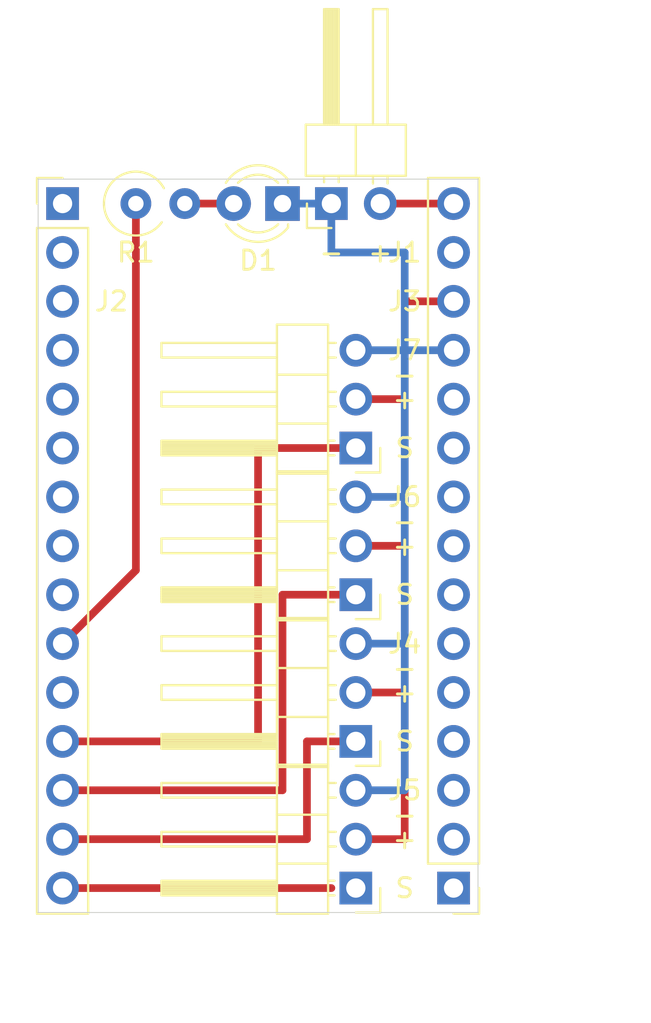
<source format=kicad_pcb>
(kicad_pcb (version 20171130) (host pcbnew 5.99.0+really5.1.10+dfsg1-1)

  (general
    (thickness 1.6)
    (drawings 20)
    (tracks 35)
    (zones 0)
    (modules 9)
    (nets 32)
  )

  (page A4)
  (layers
    (0 F.Cu signal)
    (31 B.Cu signal)
    (32 B.Adhes user)
    (33 F.Adhes user)
    (34 B.Paste user)
    (35 F.Paste user)
    (36 B.SilkS user)
    (37 F.SilkS user)
    (38 B.Mask user)
    (39 F.Mask user)
    (40 Dwgs.User user)
    (41 Cmts.User user)
    (42 Eco1.User user)
    (43 Eco2.User user)
    (44 Edge.Cuts user)
    (45 Margin user)
    (46 B.CrtYd user)
    (47 F.CrtYd user)
    (48 B.Fab user)
    (49 F.Fab user)
  )

  (setup
    (last_trace_width 0.4)
    (user_trace_width 0.4)
    (user_trace_width 0.6)
    (user_trace_width 1)
    (trace_clearance 0.2)
    (zone_clearance 0.508)
    (zone_45_only no)
    (trace_min 0.2)
    (via_size 0.8)
    (via_drill 0.4)
    (via_min_size 0.4)
    (via_min_drill 0.3)
    (user_via 0.6 0.3)
    (uvia_size 0.3)
    (uvia_drill 0.1)
    (uvias_allowed no)
    (uvia_min_size 0.2)
    (uvia_min_drill 0.1)
    (edge_width 0.05)
    (segment_width 0.2)
    (pcb_text_width 0.3)
    (pcb_text_size 1.5 1.5)
    (mod_edge_width 0.12)
    (mod_text_size 1 1)
    (mod_text_width 0.15)
    (pad_size 1.524 1.524)
    (pad_drill 0.762)
    (pad_to_mask_clearance 0)
    (aux_axis_origin 0 0)
    (visible_elements FFFFFF7F)
    (pcbplotparams
      (layerselection 0x010fc_ffffffff)
      (usegerberextensions false)
      (usegerberattributes true)
      (usegerberadvancedattributes true)
      (creategerberjobfile true)
      (excludeedgelayer true)
      (linewidth 0.100000)
      (plotframeref false)
      (viasonmask false)
      (mode 1)
      (useauxorigin false)
      (hpglpennumber 1)
      (hpglpenspeed 20)
      (hpglpendiameter 15.000000)
      (psnegative false)
      (psa4output false)
      (plotreference true)
      (plotvalue true)
      (plotinvisibletext false)
      (padsonsilk false)
      (subtractmaskfromsilk false)
      (outputformat 1)
      (mirror false)
      (drillshape 1)
      (scaleselection 1)
      (outputdirectory ""))
  )

  (net 0 "")
  (net 1 "Net-(D1-Pad2)")
  (net 2 GND)
  (net 3 +5V)
  (net 4 "Net-(J2-Pad15)")
  (net 5 "Net-(J2-Pad14)")
  (net 6 "Net-(J2-Pad13)")
  (net 7 channel1)
  (net 8 "Net-(J2-Pad11)")
  (net 9 "Net-(J2-Pad10)")
  (net 10 "Net-(J2-Pad9)")
  (net 11 "Net-(J2-Pad8)")
  (net 12 "Net-(J2-Pad7)")
  (net 13 "Net-(J2-Pad6)")
  (net 14 "Net-(J2-Pad5)")
  (net 15 "Net-(J2-Pad4)")
  (net 16 "Net-(J2-Pad3)")
  (net 17 "Net-(J2-Pad2)")
  (net 18 "Net-(J2-Pad1)")
  (net 19 "Net-(J3-Pad14)")
  (net 20 +3V3)
  (net 21 "Net-(J3-Pad11)")
  (net 22 "Net-(J3-Pad10)")
  (net 23 "Net-(J3-Pad9)")
  (net 24 "Net-(J3-Pad8)")
  (net 25 "Net-(J3-Pad7)")
  (net 26 "Net-(J3-Pad6)")
  (net 27 "Net-(J3-Pad5)")
  (net 28 "Net-(J3-Pad4)")
  (net 29 "Net-(J3-Pad3)")
  (net 30 "Net-(J3-Pad2)")
  (net 31 "Net-(J3-Pad1)")

  (net_class Default "This is the default net class."
    (clearance 0.2)
    (trace_width 0.25)
    (via_dia 0.8)
    (via_drill 0.4)
    (uvia_dia 0.3)
    (uvia_drill 0.1)
    (add_net +3V3)
    (add_net +5V)
    (add_net GND)
    (add_net "Net-(D1-Pad2)")
    (add_net "Net-(J2-Pad1)")
    (add_net "Net-(J2-Pad10)")
    (add_net "Net-(J2-Pad11)")
    (add_net "Net-(J2-Pad13)")
    (add_net "Net-(J2-Pad14)")
    (add_net "Net-(J2-Pad15)")
    (add_net "Net-(J2-Pad2)")
    (add_net "Net-(J2-Pad3)")
    (add_net "Net-(J2-Pad4)")
    (add_net "Net-(J2-Pad5)")
    (add_net "Net-(J2-Pad6)")
    (add_net "Net-(J2-Pad7)")
    (add_net "Net-(J2-Pad8)")
    (add_net "Net-(J2-Pad9)")
    (add_net "Net-(J3-Pad1)")
    (add_net "Net-(J3-Pad10)")
    (add_net "Net-(J3-Pad11)")
    (add_net "Net-(J3-Pad14)")
    (add_net "Net-(J3-Pad2)")
    (add_net "Net-(J3-Pad3)")
    (add_net "Net-(J3-Pad4)")
    (add_net "Net-(J3-Pad5)")
    (add_net "Net-(J3-Pad6)")
    (add_net "Net-(J3-Pad7)")
    (add_net "Net-(J3-Pad8)")
    (add_net "Net-(J3-Pad9)")
    (add_net channel1)
  )

  (module Connector_PinHeader_2.54mm:PinHeader_1x03_P2.54mm_Horizontal (layer F.Cu) (tedit 59FED5CB) (tstamp 61896E1C)
    (at 147.32 111.76 180)
    (descr "Through hole angled pin header, 1x03, 2.54mm pitch, 6mm pin length, single row")
    (tags "Through hole angled pin header THT 1x03 2.54mm single row")
    (path /618A797F)
    (fp_text reference J5 (at -2.54 5.08) (layer F.SilkS)
      (effects (font (size 1 1) (thickness 0.15)))
    )
    (fp_text value Conn_01x03_Male (at 4.385 7.35) (layer F.Fab)
      (effects (font (size 1 1) (thickness 0.15)))
    )
    (fp_text user %R (at 2.77 2.54 90) (layer F.Fab)
      (effects (font (size 1 1) (thickness 0.15)))
    )
    (fp_line (start 2.135 -1.27) (end 4.04 -1.27) (layer F.Fab) (width 0.1))
    (fp_line (start 4.04 -1.27) (end 4.04 6.35) (layer F.Fab) (width 0.1))
    (fp_line (start 4.04 6.35) (end 1.5 6.35) (layer F.Fab) (width 0.1))
    (fp_line (start 1.5 6.35) (end 1.5 -0.635) (layer F.Fab) (width 0.1))
    (fp_line (start 1.5 -0.635) (end 2.135 -1.27) (layer F.Fab) (width 0.1))
    (fp_line (start -0.32 -0.32) (end 1.5 -0.32) (layer F.Fab) (width 0.1))
    (fp_line (start -0.32 -0.32) (end -0.32 0.32) (layer F.Fab) (width 0.1))
    (fp_line (start -0.32 0.32) (end 1.5 0.32) (layer F.Fab) (width 0.1))
    (fp_line (start 4.04 -0.32) (end 10.04 -0.32) (layer F.Fab) (width 0.1))
    (fp_line (start 10.04 -0.32) (end 10.04 0.32) (layer F.Fab) (width 0.1))
    (fp_line (start 4.04 0.32) (end 10.04 0.32) (layer F.Fab) (width 0.1))
    (fp_line (start -0.32 2.22) (end 1.5 2.22) (layer F.Fab) (width 0.1))
    (fp_line (start -0.32 2.22) (end -0.32 2.86) (layer F.Fab) (width 0.1))
    (fp_line (start -0.32 2.86) (end 1.5 2.86) (layer F.Fab) (width 0.1))
    (fp_line (start 4.04 2.22) (end 10.04 2.22) (layer F.Fab) (width 0.1))
    (fp_line (start 10.04 2.22) (end 10.04 2.86) (layer F.Fab) (width 0.1))
    (fp_line (start 4.04 2.86) (end 10.04 2.86) (layer F.Fab) (width 0.1))
    (fp_line (start -0.32 4.76) (end 1.5 4.76) (layer F.Fab) (width 0.1))
    (fp_line (start -0.32 4.76) (end -0.32 5.4) (layer F.Fab) (width 0.1))
    (fp_line (start -0.32 5.4) (end 1.5 5.4) (layer F.Fab) (width 0.1))
    (fp_line (start 4.04 4.76) (end 10.04 4.76) (layer F.Fab) (width 0.1))
    (fp_line (start 10.04 4.76) (end 10.04 5.4) (layer F.Fab) (width 0.1))
    (fp_line (start 4.04 5.4) (end 10.04 5.4) (layer F.Fab) (width 0.1))
    (fp_line (start 1.44 -1.33) (end 1.44 6.41) (layer F.SilkS) (width 0.12))
    (fp_line (start 1.44 6.41) (end 4.1 6.41) (layer F.SilkS) (width 0.12))
    (fp_line (start 4.1 6.41) (end 4.1 -1.33) (layer F.SilkS) (width 0.12))
    (fp_line (start 4.1 -1.33) (end 1.44 -1.33) (layer F.SilkS) (width 0.12))
    (fp_line (start 4.1 -0.38) (end 10.1 -0.38) (layer F.SilkS) (width 0.12))
    (fp_line (start 10.1 -0.38) (end 10.1 0.38) (layer F.SilkS) (width 0.12))
    (fp_line (start 10.1 0.38) (end 4.1 0.38) (layer F.SilkS) (width 0.12))
    (fp_line (start 4.1 -0.32) (end 10.1 -0.32) (layer F.SilkS) (width 0.12))
    (fp_line (start 4.1 -0.2) (end 10.1 -0.2) (layer F.SilkS) (width 0.12))
    (fp_line (start 4.1 -0.08) (end 10.1 -0.08) (layer F.SilkS) (width 0.12))
    (fp_line (start 4.1 0.04) (end 10.1 0.04) (layer F.SilkS) (width 0.12))
    (fp_line (start 4.1 0.16) (end 10.1 0.16) (layer F.SilkS) (width 0.12))
    (fp_line (start 4.1 0.28) (end 10.1 0.28) (layer F.SilkS) (width 0.12))
    (fp_line (start 1.11 -0.38) (end 1.44 -0.38) (layer F.SilkS) (width 0.12))
    (fp_line (start 1.11 0.38) (end 1.44 0.38) (layer F.SilkS) (width 0.12))
    (fp_line (start 1.44 1.27) (end 4.1 1.27) (layer F.SilkS) (width 0.12))
    (fp_line (start 4.1 2.16) (end 10.1 2.16) (layer F.SilkS) (width 0.12))
    (fp_line (start 10.1 2.16) (end 10.1 2.92) (layer F.SilkS) (width 0.12))
    (fp_line (start 10.1 2.92) (end 4.1 2.92) (layer F.SilkS) (width 0.12))
    (fp_line (start 1.042929 2.16) (end 1.44 2.16) (layer F.SilkS) (width 0.12))
    (fp_line (start 1.042929 2.92) (end 1.44 2.92) (layer F.SilkS) (width 0.12))
    (fp_line (start 1.44 3.81) (end 4.1 3.81) (layer F.SilkS) (width 0.12))
    (fp_line (start 4.1 4.7) (end 10.1 4.7) (layer F.SilkS) (width 0.12))
    (fp_line (start 10.1 4.7) (end 10.1 5.46) (layer F.SilkS) (width 0.12))
    (fp_line (start 10.1 5.46) (end 4.1 5.46) (layer F.SilkS) (width 0.12))
    (fp_line (start 1.042929 4.7) (end 1.44 4.7) (layer F.SilkS) (width 0.12))
    (fp_line (start 1.042929 5.46) (end 1.44 5.46) (layer F.SilkS) (width 0.12))
    (fp_line (start -1.27 0) (end -1.27 -1.27) (layer F.SilkS) (width 0.12))
    (fp_line (start -1.27 -1.27) (end 0 -1.27) (layer F.SilkS) (width 0.12))
    (fp_line (start -1.8 -1.8) (end -1.8 6.85) (layer F.CrtYd) (width 0.05))
    (fp_line (start -1.8 6.85) (end 10.55 6.85) (layer F.CrtYd) (width 0.05))
    (fp_line (start 10.55 6.85) (end 10.55 -1.8) (layer F.CrtYd) (width 0.05))
    (fp_line (start 10.55 -1.8) (end -1.8 -1.8) (layer F.CrtYd) (width 0.05))
    (pad 3 thru_hole oval (at 0 5.08 180) (size 1.7 1.7) (drill 1) (layers *.Cu *.Mask)
      (net 2 GND))
    (pad 2 thru_hole oval (at 0 2.54 180) (size 1.7 1.7) (drill 1) (layers *.Cu *.Mask)
      (net 20 +3V3))
    (pad 1 thru_hole rect (at 0 0 180) (size 1.7 1.7) (drill 1) (layers *.Cu *.Mask)
      (net 4 "Net-(J2-Pad15)"))
    (model ${KISYS3DMOD}/Connector_PinHeader_2.54mm.3dshapes/PinHeader_1x03_P2.54mm_Horizontal.wrl
      (at (xyz 0 0 0))
      (scale (xyz 1 1 1))
      (rotate (xyz 0 0 0))
    )
  )

  (module Connector_PinHeader_2.54mm:PinHeader_1x03_P2.54mm_Horizontal (layer F.Cu) (tedit 59FED5CB) (tstamp 61896DDC)
    (at 147.32 104.14 180)
    (descr "Through hole angled pin header, 1x03, 2.54mm pitch, 6mm pin length, single row")
    (tags "Through hole angled pin header THT 1x03 2.54mm single row")
    (path /618A749E)
    (fp_text reference J4 (at -2.54 5.08) (layer F.SilkS)
      (effects (font (size 1 1) (thickness 0.15)))
    )
    (fp_text value Conn_01x03_Male (at 4.385 7.35) (layer F.Fab)
      (effects (font (size 1 1) (thickness 0.15)))
    )
    (fp_text user %R (at 2.77 2.54 90) (layer F.Fab)
      (effects (font (size 1 1) (thickness 0.15)))
    )
    (fp_line (start 2.135 -1.27) (end 4.04 -1.27) (layer F.Fab) (width 0.1))
    (fp_line (start 4.04 -1.27) (end 4.04 6.35) (layer F.Fab) (width 0.1))
    (fp_line (start 4.04 6.35) (end 1.5 6.35) (layer F.Fab) (width 0.1))
    (fp_line (start 1.5 6.35) (end 1.5 -0.635) (layer F.Fab) (width 0.1))
    (fp_line (start 1.5 -0.635) (end 2.135 -1.27) (layer F.Fab) (width 0.1))
    (fp_line (start -0.32 -0.32) (end 1.5 -0.32) (layer F.Fab) (width 0.1))
    (fp_line (start -0.32 -0.32) (end -0.32 0.32) (layer F.Fab) (width 0.1))
    (fp_line (start -0.32 0.32) (end 1.5 0.32) (layer F.Fab) (width 0.1))
    (fp_line (start 4.04 -0.32) (end 10.04 -0.32) (layer F.Fab) (width 0.1))
    (fp_line (start 10.04 -0.32) (end 10.04 0.32) (layer F.Fab) (width 0.1))
    (fp_line (start 4.04 0.32) (end 10.04 0.32) (layer F.Fab) (width 0.1))
    (fp_line (start -0.32 2.22) (end 1.5 2.22) (layer F.Fab) (width 0.1))
    (fp_line (start -0.32 2.22) (end -0.32 2.86) (layer F.Fab) (width 0.1))
    (fp_line (start -0.32 2.86) (end 1.5 2.86) (layer F.Fab) (width 0.1))
    (fp_line (start 4.04 2.22) (end 10.04 2.22) (layer F.Fab) (width 0.1))
    (fp_line (start 10.04 2.22) (end 10.04 2.86) (layer F.Fab) (width 0.1))
    (fp_line (start 4.04 2.86) (end 10.04 2.86) (layer F.Fab) (width 0.1))
    (fp_line (start -0.32 4.76) (end 1.5 4.76) (layer F.Fab) (width 0.1))
    (fp_line (start -0.32 4.76) (end -0.32 5.4) (layer F.Fab) (width 0.1))
    (fp_line (start -0.32 5.4) (end 1.5 5.4) (layer F.Fab) (width 0.1))
    (fp_line (start 4.04 4.76) (end 10.04 4.76) (layer F.Fab) (width 0.1))
    (fp_line (start 10.04 4.76) (end 10.04 5.4) (layer F.Fab) (width 0.1))
    (fp_line (start 4.04 5.4) (end 10.04 5.4) (layer F.Fab) (width 0.1))
    (fp_line (start 1.44 -1.33) (end 1.44 6.41) (layer F.SilkS) (width 0.12))
    (fp_line (start 1.44 6.41) (end 4.1 6.41) (layer F.SilkS) (width 0.12))
    (fp_line (start 4.1 6.41) (end 4.1 -1.33) (layer F.SilkS) (width 0.12))
    (fp_line (start 4.1 -1.33) (end 1.44 -1.33) (layer F.SilkS) (width 0.12))
    (fp_line (start 4.1 -0.38) (end 10.1 -0.38) (layer F.SilkS) (width 0.12))
    (fp_line (start 10.1 -0.38) (end 10.1 0.38) (layer F.SilkS) (width 0.12))
    (fp_line (start 10.1 0.38) (end 4.1 0.38) (layer F.SilkS) (width 0.12))
    (fp_line (start 4.1 -0.32) (end 10.1 -0.32) (layer F.SilkS) (width 0.12))
    (fp_line (start 4.1 -0.2) (end 10.1 -0.2) (layer F.SilkS) (width 0.12))
    (fp_line (start 4.1 -0.08) (end 10.1 -0.08) (layer F.SilkS) (width 0.12))
    (fp_line (start 4.1 0.04) (end 10.1 0.04) (layer F.SilkS) (width 0.12))
    (fp_line (start 4.1 0.16) (end 10.1 0.16) (layer F.SilkS) (width 0.12))
    (fp_line (start 4.1 0.28) (end 10.1 0.28) (layer F.SilkS) (width 0.12))
    (fp_line (start 1.11 -0.38) (end 1.44 -0.38) (layer F.SilkS) (width 0.12))
    (fp_line (start 1.11 0.38) (end 1.44 0.38) (layer F.SilkS) (width 0.12))
    (fp_line (start 1.44 1.27) (end 4.1 1.27) (layer F.SilkS) (width 0.12))
    (fp_line (start 4.1 2.16) (end 10.1 2.16) (layer F.SilkS) (width 0.12))
    (fp_line (start 10.1 2.16) (end 10.1 2.92) (layer F.SilkS) (width 0.12))
    (fp_line (start 10.1 2.92) (end 4.1 2.92) (layer F.SilkS) (width 0.12))
    (fp_line (start 1.042929 2.16) (end 1.44 2.16) (layer F.SilkS) (width 0.12))
    (fp_line (start 1.042929 2.92) (end 1.44 2.92) (layer F.SilkS) (width 0.12))
    (fp_line (start 1.44 3.81) (end 4.1 3.81) (layer F.SilkS) (width 0.12))
    (fp_line (start 4.1 4.7) (end 10.1 4.7) (layer F.SilkS) (width 0.12))
    (fp_line (start 10.1 4.7) (end 10.1 5.46) (layer F.SilkS) (width 0.12))
    (fp_line (start 10.1 5.46) (end 4.1 5.46) (layer F.SilkS) (width 0.12))
    (fp_line (start 1.042929 4.7) (end 1.44 4.7) (layer F.SilkS) (width 0.12))
    (fp_line (start 1.042929 5.46) (end 1.44 5.46) (layer F.SilkS) (width 0.12))
    (fp_line (start -1.27 0) (end -1.27 -1.27) (layer F.SilkS) (width 0.12))
    (fp_line (start -1.27 -1.27) (end 0 -1.27) (layer F.SilkS) (width 0.12))
    (fp_line (start -1.8 -1.8) (end -1.8 6.85) (layer F.CrtYd) (width 0.05))
    (fp_line (start -1.8 6.85) (end 10.55 6.85) (layer F.CrtYd) (width 0.05))
    (fp_line (start 10.55 6.85) (end 10.55 -1.8) (layer F.CrtYd) (width 0.05))
    (fp_line (start 10.55 -1.8) (end -1.8 -1.8) (layer F.CrtYd) (width 0.05))
    (pad 3 thru_hole oval (at 0 5.08 180) (size 1.7 1.7) (drill 1) (layers *.Cu *.Mask)
      (net 2 GND))
    (pad 2 thru_hole oval (at 0 2.54 180) (size 1.7 1.7) (drill 1) (layers *.Cu *.Mask)
      (net 20 +3V3))
    (pad 1 thru_hole rect (at 0 0 180) (size 1.7 1.7) (drill 1) (layers *.Cu *.Mask)
      (net 5 "Net-(J2-Pad14)"))
    (model ${KISYS3DMOD}/Connector_PinHeader_2.54mm.3dshapes/PinHeader_1x03_P2.54mm_Horizontal.wrl
      (at (xyz 0 0 0))
      (scale (xyz 1 1 1))
      (rotate (xyz 0 0 0))
    )
  )

  (module Resistor_THT:R_Axial_DIN0309_L9.0mm_D3.2mm_P2.54mm_Vertical (layer F.Cu) (tedit 5AE5139B) (tstamp 61896EB3)
    (at 135.89 76.2)
    (descr "Resistor, Axial_DIN0309 series, Axial, Vertical, pin pitch=2.54mm, 0.5W = 1/2W, length*diameter=9*3.2mm^2, http://cdn-reichelt.de/documents/datenblatt/B400/1_4W%23YAG.pdf")
    (tags "Resistor Axial_DIN0309 series Axial Vertical pin pitch 2.54mm 0.5W = 1/2W length 9mm diameter 3.2mm")
    (path /61899807)
    (fp_text reference R1 (at 0 2.54) (layer F.SilkS)
      (effects (font (size 1 1) (thickness 0.15)))
    )
    (fp_text value 220 (at 1.27 2.72) (layer F.Fab)
      (effects (font (size 1 1) (thickness 0.15)))
    )
    (fp_text user %R (at 1.27 -2.72) (layer F.Fab)
      (effects (font (size 1 1) (thickness 0.15)))
    )
    (fp_arc (start 0 0) (end 1.453272 -0.8) (angle -295.326041) (layer F.SilkS) (width 0.12))
    (fp_circle (center 0 0) (end 1.6 0) (layer F.Fab) (width 0.1))
    (fp_line (start 0 0) (end 2.54 0) (layer F.Fab) (width 0.1))
    (fp_line (start -1.85 -1.85) (end -1.85 1.85) (layer F.CrtYd) (width 0.05))
    (fp_line (start -1.85 1.85) (end 3.59 1.85) (layer F.CrtYd) (width 0.05))
    (fp_line (start 3.59 1.85) (end 3.59 -1.85) (layer F.CrtYd) (width 0.05))
    (fp_line (start 3.59 -1.85) (end -1.85 -1.85) (layer F.CrtYd) (width 0.05))
    (pad 2 thru_hole oval (at 2.54 0) (size 1.6 1.6) (drill 0.8) (layers *.Cu *.Mask)
      (net 1 "Net-(D1-Pad2)"))
    (pad 1 thru_hole circle (at 0 0) (size 1.6 1.6) (drill 0.8) (layers *.Cu *.Mask)
      (net 9 "Net-(J2-Pad10)"))
    (model ${KISYS3DMOD}/Resistor_THT.3dshapes/R_Axial_DIN0309_L9.0mm_D3.2mm_P2.54mm_Vertical.wrl
      (at (xyz 0 0 0))
      (scale (xyz 1 1 1))
      (rotate (xyz 0 0 0))
    )
  )

  (module Connector_PinHeader_2.54mm:PinHeader_1x03_P2.54mm_Horizontal (layer F.Cu) (tedit 59FED5CB) (tstamp 6189A5D1)
    (at 147.32 88.9 180)
    (descr "Through hole angled pin header, 1x03, 2.54mm pitch, 6mm pin length, single row")
    (tags "Through hole angled pin header THT 1x03 2.54mm single row")
    (path /6189190A)
    (fp_text reference J7 (at -2.54 5.08) (layer F.SilkS)
      (effects (font (size 1 1) (thickness 0.15)))
    )
    (fp_text value Conn_01x03_Male (at 4.385 7.35) (layer F.Fab)
      (effects (font (size 1 1) (thickness 0.15)))
    )
    (fp_text user %R (at 2.77 2.54 90) (layer F.Fab)
      (effects (font (size 1 1) (thickness 0.15)))
    )
    (fp_line (start 2.135 -1.27) (end 4.04 -1.27) (layer F.Fab) (width 0.1))
    (fp_line (start 4.04 -1.27) (end 4.04 6.35) (layer F.Fab) (width 0.1))
    (fp_line (start 4.04 6.35) (end 1.5 6.35) (layer F.Fab) (width 0.1))
    (fp_line (start 1.5 6.35) (end 1.5 -0.635) (layer F.Fab) (width 0.1))
    (fp_line (start 1.5 -0.635) (end 2.135 -1.27) (layer F.Fab) (width 0.1))
    (fp_line (start -0.32 -0.32) (end 1.5 -0.32) (layer F.Fab) (width 0.1))
    (fp_line (start -0.32 -0.32) (end -0.32 0.32) (layer F.Fab) (width 0.1))
    (fp_line (start -0.32 0.32) (end 1.5 0.32) (layer F.Fab) (width 0.1))
    (fp_line (start 4.04 -0.32) (end 10.04 -0.32) (layer F.Fab) (width 0.1))
    (fp_line (start 10.04 -0.32) (end 10.04 0.32) (layer F.Fab) (width 0.1))
    (fp_line (start 4.04 0.32) (end 10.04 0.32) (layer F.Fab) (width 0.1))
    (fp_line (start -0.32 2.22) (end 1.5 2.22) (layer F.Fab) (width 0.1))
    (fp_line (start -0.32 2.22) (end -0.32 2.86) (layer F.Fab) (width 0.1))
    (fp_line (start -0.32 2.86) (end 1.5 2.86) (layer F.Fab) (width 0.1))
    (fp_line (start 4.04 2.22) (end 10.04 2.22) (layer F.Fab) (width 0.1))
    (fp_line (start 10.04 2.22) (end 10.04 2.86) (layer F.Fab) (width 0.1))
    (fp_line (start 4.04 2.86) (end 10.04 2.86) (layer F.Fab) (width 0.1))
    (fp_line (start -0.32 4.76) (end 1.5 4.76) (layer F.Fab) (width 0.1))
    (fp_line (start -0.32 4.76) (end -0.32 5.4) (layer F.Fab) (width 0.1))
    (fp_line (start -0.32 5.4) (end 1.5 5.4) (layer F.Fab) (width 0.1))
    (fp_line (start 4.04 4.76) (end 10.04 4.76) (layer F.Fab) (width 0.1))
    (fp_line (start 10.04 4.76) (end 10.04 5.4) (layer F.Fab) (width 0.1))
    (fp_line (start 4.04 5.4) (end 10.04 5.4) (layer F.Fab) (width 0.1))
    (fp_line (start 1.44 -1.33) (end 1.44 6.41) (layer F.SilkS) (width 0.12))
    (fp_line (start 1.44 6.41) (end 4.1 6.41) (layer F.SilkS) (width 0.12))
    (fp_line (start 4.1 6.41) (end 4.1 -1.33) (layer F.SilkS) (width 0.12))
    (fp_line (start 4.1 -1.33) (end 1.44 -1.33) (layer F.SilkS) (width 0.12))
    (fp_line (start 4.1 -0.38) (end 10.1 -0.38) (layer F.SilkS) (width 0.12))
    (fp_line (start 10.1 -0.38) (end 10.1 0.38) (layer F.SilkS) (width 0.12))
    (fp_line (start 10.1 0.38) (end 4.1 0.38) (layer F.SilkS) (width 0.12))
    (fp_line (start 4.1 -0.32) (end 10.1 -0.32) (layer F.SilkS) (width 0.12))
    (fp_line (start 4.1 -0.2) (end 10.1 -0.2) (layer F.SilkS) (width 0.12))
    (fp_line (start 4.1 -0.08) (end 10.1 -0.08) (layer F.SilkS) (width 0.12))
    (fp_line (start 4.1 0.04) (end 10.1 0.04) (layer F.SilkS) (width 0.12))
    (fp_line (start 4.1 0.16) (end 10.1 0.16) (layer F.SilkS) (width 0.12))
    (fp_line (start 4.1 0.28) (end 10.1 0.28) (layer F.SilkS) (width 0.12))
    (fp_line (start 1.11 -0.38) (end 1.44 -0.38) (layer F.SilkS) (width 0.12))
    (fp_line (start 1.11 0.38) (end 1.44 0.38) (layer F.SilkS) (width 0.12))
    (fp_line (start 1.44 1.27) (end 4.1 1.27) (layer F.SilkS) (width 0.12))
    (fp_line (start 4.1 2.16) (end 10.1 2.16) (layer F.SilkS) (width 0.12))
    (fp_line (start 10.1 2.16) (end 10.1 2.92) (layer F.SilkS) (width 0.12))
    (fp_line (start 10.1 2.92) (end 4.1 2.92) (layer F.SilkS) (width 0.12))
    (fp_line (start 1.042929 2.16) (end 1.44 2.16) (layer F.SilkS) (width 0.12))
    (fp_line (start 1.042929 2.92) (end 1.44 2.92) (layer F.SilkS) (width 0.12))
    (fp_line (start 1.44 3.81) (end 4.1 3.81) (layer F.SilkS) (width 0.12))
    (fp_line (start 4.1 4.7) (end 10.1 4.7) (layer F.SilkS) (width 0.12))
    (fp_line (start 10.1 4.7) (end 10.1 5.46) (layer F.SilkS) (width 0.12))
    (fp_line (start 10.1 5.46) (end 4.1 5.46) (layer F.SilkS) (width 0.12))
    (fp_line (start 1.042929 4.7) (end 1.44 4.7) (layer F.SilkS) (width 0.12))
    (fp_line (start 1.042929 5.46) (end 1.44 5.46) (layer F.SilkS) (width 0.12))
    (fp_line (start -1.27 0) (end -1.27 -1.27) (layer F.SilkS) (width 0.12))
    (fp_line (start -1.27 -1.27) (end 0 -1.27) (layer F.SilkS) (width 0.12))
    (fp_line (start -1.8 -1.8) (end -1.8 6.85) (layer F.CrtYd) (width 0.05))
    (fp_line (start -1.8 6.85) (end 10.55 6.85) (layer F.CrtYd) (width 0.05))
    (fp_line (start 10.55 6.85) (end 10.55 -1.8) (layer F.CrtYd) (width 0.05))
    (fp_line (start 10.55 -1.8) (end -1.8 -1.8) (layer F.CrtYd) (width 0.05))
    (pad 3 thru_hole oval (at 0 5.08 180) (size 1.7 1.7) (drill 1) (layers *.Cu *.Mask)
      (net 2 GND))
    (pad 2 thru_hole oval (at 0 2.54 180) (size 1.7 1.7) (drill 1) (layers *.Cu *.Mask)
      (net 20 +3V3))
    (pad 1 thru_hole rect (at 0 0 180) (size 1.7 1.7) (drill 1) (layers *.Cu *.Mask)
      (net 7 channel1))
    (model ${KISYS3DMOD}/Connector_PinHeader_2.54mm.3dshapes/PinHeader_1x03_P2.54mm_Horizontal.wrl
      (at (xyz 0 0 0))
      (scale (xyz 1 1 1))
      (rotate (xyz 0 0 0))
    )
  )

  (module Connector_PinHeader_2.54mm:PinHeader_1x03_P2.54mm_Horizontal (layer F.Cu) (tedit 59FED5CB) (tstamp 61896E5C)
    (at 147.32 96.52 180)
    (descr "Through hole angled pin header, 1x03, 2.54mm pitch, 6mm pin length, single row")
    (tags "Through hole angled pin header THT 1x03 2.54mm single row")
    (path /618921C3)
    (fp_text reference J6 (at -2.54 5.08) (layer F.SilkS)
      (effects (font (size 1 1) (thickness 0.15)))
    )
    (fp_text value Conn_01x03_Male (at 4.385 7.35) (layer F.Fab)
      (effects (font (size 1 1) (thickness 0.15)))
    )
    (fp_text user %R (at 2.77 2.54 90) (layer F.Fab)
      (effects (font (size 1 1) (thickness 0.15)))
    )
    (fp_line (start 2.135 -1.27) (end 4.04 -1.27) (layer F.Fab) (width 0.1))
    (fp_line (start 4.04 -1.27) (end 4.04 6.35) (layer F.Fab) (width 0.1))
    (fp_line (start 4.04 6.35) (end 1.5 6.35) (layer F.Fab) (width 0.1))
    (fp_line (start 1.5 6.35) (end 1.5 -0.635) (layer F.Fab) (width 0.1))
    (fp_line (start 1.5 -0.635) (end 2.135 -1.27) (layer F.Fab) (width 0.1))
    (fp_line (start -0.32 -0.32) (end 1.5 -0.32) (layer F.Fab) (width 0.1))
    (fp_line (start -0.32 -0.32) (end -0.32 0.32) (layer F.Fab) (width 0.1))
    (fp_line (start -0.32 0.32) (end 1.5 0.32) (layer F.Fab) (width 0.1))
    (fp_line (start 4.04 -0.32) (end 10.04 -0.32) (layer F.Fab) (width 0.1))
    (fp_line (start 10.04 -0.32) (end 10.04 0.32) (layer F.Fab) (width 0.1))
    (fp_line (start 4.04 0.32) (end 10.04 0.32) (layer F.Fab) (width 0.1))
    (fp_line (start -0.32 2.22) (end 1.5 2.22) (layer F.Fab) (width 0.1))
    (fp_line (start -0.32 2.22) (end -0.32 2.86) (layer F.Fab) (width 0.1))
    (fp_line (start -0.32 2.86) (end 1.5 2.86) (layer F.Fab) (width 0.1))
    (fp_line (start 4.04 2.22) (end 10.04 2.22) (layer F.Fab) (width 0.1))
    (fp_line (start 10.04 2.22) (end 10.04 2.86) (layer F.Fab) (width 0.1))
    (fp_line (start 4.04 2.86) (end 10.04 2.86) (layer F.Fab) (width 0.1))
    (fp_line (start -0.32 4.76) (end 1.5 4.76) (layer F.Fab) (width 0.1))
    (fp_line (start -0.32 4.76) (end -0.32 5.4) (layer F.Fab) (width 0.1))
    (fp_line (start -0.32 5.4) (end 1.5 5.4) (layer F.Fab) (width 0.1))
    (fp_line (start 4.04 4.76) (end 10.04 4.76) (layer F.Fab) (width 0.1))
    (fp_line (start 10.04 4.76) (end 10.04 5.4) (layer F.Fab) (width 0.1))
    (fp_line (start 4.04 5.4) (end 10.04 5.4) (layer F.Fab) (width 0.1))
    (fp_line (start 1.44 -1.33) (end 1.44 6.41) (layer F.SilkS) (width 0.12))
    (fp_line (start 1.44 6.41) (end 4.1 6.41) (layer F.SilkS) (width 0.12))
    (fp_line (start 4.1 6.41) (end 4.1 -1.33) (layer F.SilkS) (width 0.12))
    (fp_line (start 4.1 -1.33) (end 1.44 -1.33) (layer F.SilkS) (width 0.12))
    (fp_line (start 4.1 -0.38) (end 10.1 -0.38) (layer F.SilkS) (width 0.12))
    (fp_line (start 10.1 -0.38) (end 10.1 0.38) (layer F.SilkS) (width 0.12))
    (fp_line (start 10.1 0.38) (end 4.1 0.38) (layer F.SilkS) (width 0.12))
    (fp_line (start 4.1 -0.32) (end 10.1 -0.32) (layer F.SilkS) (width 0.12))
    (fp_line (start 4.1 -0.2) (end 10.1 -0.2) (layer F.SilkS) (width 0.12))
    (fp_line (start 4.1 -0.08) (end 10.1 -0.08) (layer F.SilkS) (width 0.12))
    (fp_line (start 4.1 0.04) (end 10.1 0.04) (layer F.SilkS) (width 0.12))
    (fp_line (start 4.1 0.16) (end 10.1 0.16) (layer F.SilkS) (width 0.12))
    (fp_line (start 4.1 0.28) (end 10.1 0.28) (layer F.SilkS) (width 0.12))
    (fp_line (start 1.11 -0.38) (end 1.44 -0.38) (layer F.SilkS) (width 0.12))
    (fp_line (start 1.11 0.38) (end 1.44 0.38) (layer F.SilkS) (width 0.12))
    (fp_line (start 1.44 1.27) (end 4.1 1.27) (layer F.SilkS) (width 0.12))
    (fp_line (start 4.1 2.16) (end 10.1 2.16) (layer F.SilkS) (width 0.12))
    (fp_line (start 10.1 2.16) (end 10.1 2.92) (layer F.SilkS) (width 0.12))
    (fp_line (start 10.1 2.92) (end 4.1 2.92) (layer F.SilkS) (width 0.12))
    (fp_line (start 1.042929 2.16) (end 1.44 2.16) (layer F.SilkS) (width 0.12))
    (fp_line (start 1.042929 2.92) (end 1.44 2.92) (layer F.SilkS) (width 0.12))
    (fp_line (start 1.44 3.81) (end 4.1 3.81) (layer F.SilkS) (width 0.12))
    (fp_line (start 4.1 4.7) (end 10.1 4.7) (layer F.SilkS) (width 0.12))
    (fp_line (start 10.1 4.7) (end 10.1 5.46) (layer F.SilkS) (width 0.12))
    (fp_line (start 10.1 5.46) (end 4.1 5.46) (layer F.SilkS) (width 0.12))
    (fp_line (start 1.042929 4.7) (end 1.44 4.7) (layer F.SilkS) (width 0.12))
    (fp_line (start 1.042929 5.46) (end 1.44 5.46) (layer F.SilkS) (width 0.12))
    (fp_line (start -1.27 0) (end -1.27 -1.27) (layer F.SilkS) (width 0.12))
    (fp_line (start -1.27 -1.27) (end 0 -1.27) (layer F.SilkS) (width 0.12))
    (fp_line (start -1.8 -1.8) (end -1.8 6.85) (layer F.CrtYd) (width 0.05))
    (fp_line (start -1.8 6.85) (end 10.55 6.85) (layer F.CrtYd) (width 0.05))
    (fp_line (start 10.55 6.85) (end 10.55 -1.8) (layer F.CrtYd) (width 0.05))
    (fp_line (start 10.55 -1.8) (end -1.8 -1.8) (layer F.CrtYd) (width 0.05))
    (pad 3 thru_hole oval (at 0 5.08 180) (size 1.7 1.7) (drill 1) (layers *.Cu *.Mask)
      (net 2 GND))
    (pad 2 thru_hole oval (at 0 2.54 180) (size 1.7 1.7) (drill 1) (layers *.Cu *.Mask)
      (net 20 +3V3))
    (pad 1 thru_hole rect (at 0 0 180) (size 1.7 1.7) (drill 1) (layers *.Cu *.Mask)
      (net 6 "Net-(J2-Pad13)"))
    (model ${KISYS3DMOD}/Connector_PinHeader_2.54mm.3dshapes/PinHeader_1x03_P2.54mm_Horizontal.wrl
      (at (xyz 0 0 0))
      (scale (xyz 1 1 1))
      (rotate (xyz 0 0 0))
    )
  )

  (module Connector_PinHeader_2.54mm:PinHeader_1x15_P2.54mm_Vertical (layer F.Cu) (tedit 59FED5CC) (tstamp 61896D9C)
    (at 152.4 111.76 180)
    (descr "Through hole straight pin header, 1x15, 2.54mm pitch, single row")
    (tags "Through hole pin header THT 1x15 2.54mm single row")
    (path /618907DF)
    (fp_text reference J3 (at 2.54 30.48) (layer F.SilkS)
      (effects (font (size 1 1) (thickness 0.15)))
    )
    (fp_text value Conn (at 0 37.89) (layer F.Fab)
      (effects (font (size 1 1) (thickness 0.15)))
    )
    (fp_text user %R (at 0 17.78 90) (layer F.Fab)
      (effects (font (size 1 1) (thickness 0.15)))
    )
    (fp_line (start -0.635 -1.27) (end 1.27 -1.27) (layer F.Fab) (width 0.1))
    (fp_line (start 1.27 -1.27) (end 1.27 36.83) (layer F.Fab) (width 0.1))
    (fp_line (start 1.27 36.83) (end -1.27 36.83) (layer F.Fab) (width 0.1))
    (fp_line (start -1.27 36.83) (end -1.27 -0.635) (layer F.Fab) (width 0.1))
    (fp_line (start -1.27 -0.635) (end -0.635 -1.27) (layer F.Fab) (width 0.1))
    (fp_line (start -1.33 36.89) (end 1.33 36.89) (layer F.SilkS) (width 0.12))
    (fp_line (start -1.33 1.27) (end -1.33 36.89) (layer F.SilkS) (width 0.12))
    (fp_line (start 1.33 1.27) (end 1.33 36.89) (layer F.SilkS) (width 0.12))
    (fp_line (start -1.33 1.27) (end 1.33 1.27) (layer F.SilkS) (width 0.12))
    (fp_line (start -1.33 0) (end -1.33 -1.33) (layer F.SilkS) (width 0.12))
    (fp_line (start -1.33 -1.33) (end 0 -1.33) (layer F.SilkS) (width 0.12))
    (fp_line (start -1.8 -1.8) (end -1.8 37.35) (layer F.CrtYd) (width 0.05))
    (fp_line (start -1.8 37.35) (end 1.8 37.35) (layer F.CrtYd) (width 0.05))
    (fp_line (start 1.8 37.35) (end 1.8 -1.8) (layer F.CrtYd) (width 0.05))
    (fp_line (start 1.8 -1.8) (end -1.8 -1.8) (layer F.CrtYd) (width 0.05))
    (pad 15 thru_hole oval (at 0 35.56 180) (size 1.7 1.7) (drill 1) (layers *.Cu *.Mask)
      (net 3 +5V))
    (pad 14 thru_hole oval (at 0 33.02 180) (size 1.7 1.7) (drill 1) (layers *.Cu *.Mask)
      (net 19 "Net-(J3-Pad14)"))
    (pad 13 thru_hole oval (at 0 30.48 180) (size 1.7 1.7) (drill 1) (layers *.Cu *.Mask)
      (net 20 +3V3))
    (pad 12 thru_hole oval (at 0 27.94 180) (size 1.7 1.7) (drill 1) (layers *.Cu *.Mask)
      (net 2 GND))
    (pad 11 thru_hole oval (at 0 25.4 180) (size 1.7 1.7) (drill 1) (layers *.Cu *.Mask)
      (net 21 "Net-(J3-Pad11)"))
    (pad 10 thru_hole oval (at 0 22.86 180) (size 1.7 1.7) (drill 1) (layers *.Cu *.Mask)
      (net 22 "Net-(J3-Pad10)"))
    (pad 9 thru_hole oval (at 0 20.32 180) (size 1.7 1.7) (drill 1) (layers *.Cu *.Mask)
      (net 23 "Net-(J3-Pad9)"))
    (pad 8 thru_hole oval (at 0 17.78 180) (size 1.7 1.7) (drill 1) (layers *.Cu *.Mask)
      (net 24 "Net-(J3-Pad8)"))
    (pad 7 thru_hole oval (at 0 15.24 180) (size 1.7 1.7) (drill 1) (layers *.Cu *.Mask)
      (net 25 "Net-(J3-Pad7)"))
    (pad 6 thru_hole oval (at 0 12.7 180) (size 1.7 1.7) (drill 1) (layers *.Cu *.Mask)
      (net 26 "Net-(J3-Pad6)"))
    (pad 5 thru_hole oval (at 0 10.16 180) (size 1.7 1.7) (drill 1) (layers *.Cu *.Mask)
      (net 27 "Net-(J3-Pad5)"))
    (pad 4 thru_hole oval (at 0 7.62 180) (size 1.7 1.7) (drill 1) (layers *.Cu *.Mask)
      (net 28 "Net-(J3-Pad4)"))
    (pad 3 thru_hole oval (at 0 5.08 180) (size 1.7 1.7) (drill 1) (layers *.Cu *.Mask)
      (net 29 "Net-(J3-Pad3)"))
    (pad 2 thru_hole oval (at 0 2.54 180) (size 1.7 1.7) (drill 1) (layers *.Cu *.Mask)
      (net 30 "Net-(J3-Pad2)"))
    (pad 1 thru_hole rect (at 0 0 180) (size 1.7 1.7) (drill 1) (layers *.Cu *.Mask)
      (net 31 "Net-(J3-Pad1)"))
    (model ${KISYS3DMOD}/Connector_PinHeader_2.54mm.3dshapes/PinHeader_1x15_P2.54mm_Vertical.wrl
      (at (xyz 0 0 0))
      (scale (xyz 1 1 1))
      (rotate (xyz 0 0 0))
    )
  )

  (module Connector_PinHeader_2.54mm:PinHeader_1x15_P2.54mm_Vertical (layer F.Cu) (tedit 59FED5CC) (tstamp 61896D79)
    (at 132.08 76.2)
    (descr "Through hole straight pin header, 1x15, 2.54mm pitch, single row")
    (tags "Through hole pin header THT 1x15 2.54mm single row")
    (path /6188FF26)
    (fp_text reference J2 (at 2.54 5.08) (layer F.SilkS)
      (effects (font (size 1 1) (thickness 0.15)))
    )
    (fp_text value Conn (at -1.27 36.83) (layer F.Fab)
      (effects (font (size 1 1) (thickness 0.15)))
    )
    (fp_text user %R (at 0 17.78 90) (layer F.Fab)
      (effects (font (size 1 1) (thickness 0.15)))
    )
    (fp_line (start -0.635 -1.27) (end 1.27 -1.27) (layer F.Fab) (width 0.1))
    (fp_line (start 1.27 -1.27) (end 1.27 36.83) (layer F.Fab) (width 0.1))
    (fp_line (start 1.27 36.83) (end -1.27 36.83) (layer F.Fab) (width 0.1))
    (fp_line (start -1.27 36.83) (end -1.27 -0.635) (layer F.Fab) (width 0.1))
    (fp_line (start -1.27 -0.635) (end -0.635 -1.27) (layer F.Fab) (width 0.1))
    (fp_line (start -1.33 36.89) (end 1.33 36.89) (layer F.SilkS) (width 0.12))
    (fp_line (start -1.33 1.27) (end -1.33 36.89) (layer F.SilkS) (width 0.12))
    (fp_line (start 1.33 1.27) (end 1.33 36.89) (layer F.SilkS) (width 0.12))
    (fp_line (start -1.33 1.27) (end 1.33 1.27) (layer F.SilkS) (width 0.12))
    (fp_line (start -1.33 0) (end -1.33 -1.33) (layer F.SilkS) (width 0.12))
    (fp_line (start -1.33 -1.33) (end 0 -1.33) (layer F.SilkS) (width 0.12))
    (fp_line (start -1.8 -1.8) (end -1.8 37.35) (layer F.CrtYd) (width 0.05))
    (fp_line (start -1.8 37.35) (end 1.8 37.35) (layer F.CrtYd) (width 0.05))
    (fp_line (start 1.8 37.35) (end 1.8 -1.8) (layer F.CrtYd) (width 0.05))
    (fp_line (start 1.8 -1.8) (end -1.8 -1.8) (layer F.CrtYd) (width 0.05))
    (pad 15 thru_hole oval (at 0 35.56) (size 1.7 1.7) (drill 1) (layers *.Cu *.Mask)
      (net 4 "Net-(J2-Pad15)"))
    (pad 14 thru_hole oval (at 0 33.02) (size 1.7 1.7) (drill 1) (layers *.Cu *.Mask)
      (net 5 "Net-(J2-Pad14)"))
    (pad 13 thru_hole oval (at 0 30.48) (size 1.7 1.7) (drill 1) (layers *.Cu *.Mask)
      (net 6 "Net-(J2-Pad13)"))
    (pad 12 thru_hole oval (at 0 27.94) (size 1.7 1.7) (drill 1) (layers *.Cu *.Mask)
      (net 7 channel1))
    (pad 11 thru_hole oval (at 0 25.4) (size 1.7 1.7) (drill 1) (layers *.Cu *.Mask)
      (net 8 "Net-(J2-Pad11)"))
    (pad 10 thru_hole oval (at 0 22.86) (size 1.7 1.7) (drill 1) (layers *.Cu *.Mask)
      (net 9 "Net-(J2-Pad10)"))
    (pad 9 thru_hole oval (at 0 20.32) (size 1.7 1.7) (drill 1) (layers *.Cu *.Mask)
      (net 10 "Net-(J2-Pad9)"))
    (pad 8 thru_hole oval (at 0 17.78) (size 1.7 1.7) (drill 1) (layers *.Cu *.Mask)
      (net 11 "Net-(J2-Pad8)"))
    (pad 7 thru_hole oval (at 0 15.24) (size 1.7 1.7) (drill 1) (layers *.Cu *.Mask)
      (net 12 "Net-(J2-Pad7)"))
    (pad 6 thru_hole oval (at 0 12.7) (size 1.7 1.7) (drill 1) (layers *.Cu *.Mask)
      (net 13 "Net-(J2-Pad6)"))
    (pad 5 thru_hole oval (at 0 10.16) (size 1.7 1.7) (drill 1) (layers *.Cu *.Mask)
      (net 14 "Net-(J2-Pad5)"))
    (pad 4 thru_hole oval (at 0 7.62) (size 1.7 1.7) (drill 1) (layers *.Cu *.Mask)
      (net 15 "Net-(J2-Pad4)"))
    (pad 3 thru_hole oval (at 0 5.08) (size 1.7 1.7) (drill 1) (layers *.Cu *.Mask)
      (net 16 "Net-(J2-Pad3)"))
    (pad 2 thru_hole oval (at 0 2.54) (size 1.7 1.7) (drill 1) (layers *.Cu *.Mask)
      (net 17 "Net-(J2-Pad2)"))
    (pad 1 thru_hole rect (at 0 0) (size 1.7 1.7) (drill 1) (layers *.Cu *.Mask)
      (net 18 "Net-(J2-Pad1)"))
    (model ${KISYS3DMOD}/Connector_PinHeader_2.54mm.3dshapes/PinHeader_1x15_P2.54mm_Vertical.wrl
      (at (xyz 0 0 0))
      (scale (xyz 1 1 1))
      (rotate (xyz 0 0 0))
    )
  )

  (module Connector_PinHeader_2.54mm:PinHeader_1x02_P2.54mm_Horizontal (layer F.Cu) (tedit 59FED5CB) (tstamp 61896D56)
    (at 146.05 76.2 90)
    (descr "Through hole angled pin header, 1x02, 2.54mm pitch, 6mm pin length, single row")
    (tags "Through hole angled pin header THT 1x02 2.54mm single row")
    (path /61894086)
    (fp_text reference J1 (at -2.54 3.81) (layer F.SilkS)
      (effects (font (size 1 1) (thickness 0.15)))
    )
    (fp_text value Power (at 4.385 4.81 90) (layer F.Fab)
      (effects (font (size 1 1) (thickness 0.15)))
    )
    (fp_text user %R (at 2.77 1.27) (layer F.Fab)
      (effects (font (size 1 1) (thickness 0.15)))
    )
    (fp_line (start 2.135 -1.27) (end 4.04 -1.27) (layer F.Fab) (width 0.1))
    (fp_line (start 4.04 -1.27) (end 4.04 3.81) (layer F.Fab) (width 0.1))
    (fp_line (start 4.04 3.81) (end 1.5 3.81) (layer F.Fab) (width 0.1))
    (fp_line (start 1.5 3.81) (end 1.5 -0.635) (layer F.Fab) (width 0.1))
    (fp_line (start 1.5 -0.635) (end 2.135 -1.27) (layer F.Fab) (width 0.1))
    (fp_line (start -0.32 -0.32) (end 1.5 -0.32) (layer F.Fab) (width 0.1))
    (fp_line (start -0.32 -0.32) (end -0.32 0.32) (layer F.Fab) (width 0.1))
    (fp_line (start -0.32 0.32) (end 1.5 0.32) (layer F.Fab) (width 0.1))
    (fp_line (start 4.04 -0.32) (end 10.04 -0.32) (layer F.Fab) (width 0.1))
    (fp_line (start 10.04 -0.32) (end 10.04 0.32) (layer F.Fab) (width 0.1))
    (fp_line (start 4.04 0.32) (end 10.04 0.32) (layer F.Fab) (width 0.1))
    (fp_line (start -0.32 2.22) (end 1.5 2.22) (layer F.Fab) (width 0.1))
    (fp_line (start -0.32 2.22) (end -0.32 2.86) (layer F.Fab) (width 0.1))
    (fp_line (start -0.32 2.86) (end 1.5 2.86) (layer F.Fab) (width 0.1))
    (fp_line (start 4.04 2.22) (end 10.04 2.22) (layer F.Fab) (width 0.1))
    (fp_line (start 10.04 2.22) (end 10.04 2.86) (layer F.Fab) (width 0.1))
    (fp_line (start 4.04 2.86) (end 10.04 2.86) (layer F.Fab) (width 0.1))
    (fp_line (start 1.44 -1.33) (end 1.44 3.87) (layer F.SilkS) (width 0.12))
    (fp_line (start 1.44 3.87) (end 4.1 3.87) (layer F.SilkS) (width 0.12))
    (fp_line (start 4.1 3.87) (end 4.1 -1.33) (layer F.SilkS) (width 0.12))
    (fp_line (start 4.1 -1.33) (end 1.44 -1.33) (layer F.SilkS) (width 0.12))
    (fp_line (start 4.1 -0.38) (end 10.1 -0.38) (layer F.SilkS) (width 0.12))
    (fp_line (start 10.1 -0.38) (end 10.1 0.38) (layer F.SilkS) (width 0.12))
    (fp_line (start 10.1 0.38) (end 4.1 0.38) (layer F.SilkS) (width 0.12))
    (fp_line (start 4.1 -0.32) (end 10.1 -0.32) (layer F.SilkS) (width 0.12))
    (fp_line (start 4.1 -0.2) (end 10.1 -0.2) (layer F.SilkS) (width 0.12))
    (fp_line (start 4.1 -0.08) (end 10.1 -0.08) (layer F.SilkS) (width 0.12))
    (fp_line (start 4.1 0.04) (end 10.1 0.04) (layer F.SilkS) (width 0.12))
    (fp_line (start 4.1 0.16) (end 10.1 0.16) (layer F.SilkS) (width 0.12))
    (fp_line (start 4.1 0.28) (end 10.1 0.28) (layer F.SilkS) (width 0.12))
    (fp_line (start 1.11 -0.38) (end 1.44 -0.38) (layer F.SilkS) (width 0.12))
    (fp_line (start 1.11 0.38) (end 1.44 0.38) (layer F.SilkS) (width 0.12))
    (fp_line (start 1.44 1.27) (end 4.1 1.27) (layer F.SilkS) (width 0.12))
    (fp_line (start 4.1 2.16) (end 10.1 2.16) (layer F.SilkS) (width 0.12))
    (fp_line (start 10.1 2.16) (end 10.1 2.92) (layer F.SilkS) (width 0.12))
    (fp_line (start 10.1 2.92) (end 4.1 2.92) (layer F.SilkS) (width 0.12))
    (fp_line (start 1.042929 2.16) (end 1.44 2.16) (layer F.SilkS) (width 0.12))
    (fp_line (start 1.042929 2.92) (end 1.44 2.92) (layer F.SilkS) (width 0.12))
    (fp_line (start -1.27 0) (end -1.27 -1.27) (layer F.SilkS) (width 0.12))
    (fp_line (start -1.27 -1.27) (end 0 -1.27) (layer F.SilkS) (width 0.12))
    (fp_line (start -1.8 -1.8) (end -1.8 4.35) (layer F.CrtYd) (width 0.05))
    (fp_line (start -1.8 4.35) (end 10.55 4.35) (layer F.CrtYd) (width 0.05))
    (fp_line (start 10.55 4.35) (end 10.55 -1.8) (layer F.CrtYd) (width 0.05))
    (fp_line (start 10.55 -1.8) (end -1.8 -1.8) (layer F.CrtYd) (width 0.05))
    (pad 2 thru_hole oval (at 0 2.54 90) (size 1.7 1.7) (drill 1) (layers *.Cu *.Mask)
      (net 3 +5V))
    (pad 1 thru_hole rect (at 0 0 90) (size 1.7 1.7) (drill 1) (layers *.Cu *.Mask)
      (net 2 GND))
    (model ${KISYS3DMOD}/Connector_PinHeader_2.54mm.3dshapes/PinHeader_1x02_P2.54mm_Horizontal.wrl
      (at (xyz 0 0 0))
      (scale (xyz 1 1 1))
      (rotate (xyz 0 0 0))
    )
  )

  (module LED_THT:LED_D3.0mm (layer F.Cu) (tedit 587A3A7B) (tstamp 61896D23)
    (at 143.51 76.2 180)
    (descr "LED, diameter 3.0mm, 2 pins")
    (tags "LED diameter 3.0mm 2 pins")
    (path /6189A3D3)
    (fp_text reference D1 (at 1.27 -2.96) (layer F.SilkS)
      (effects (font (size 1 1) (thickness 0.15)))
    )
    (fp_text value LED_Small (at 1.27 2.96) (layer F.Fab)
      (effects (font (size 1 1) (thickness 0.15)))
    )
    (fp_arc (start 1.27 0) (end 0.229039 1.08) (angle -87.9) (layer F.SilkS) (width 0.12))
    (fp_arc (start 1.27 0) (end 0.229039 -1.08) (angle 87.9) (layer F.SilkS) (width 0.12))
    (fp_arc (start 1.27 0) (end -0.29 1.235516) (angle -108.8) (layer F.SilkS) (width 0.12))
    (fp_arc (start 1.27 0) (end -0.29 -1.235516) (angle 108.8) (layer F.SilkS) (width 0.12))
    (fp_arc (start 1.27 0) (end -0.23 -1.16619) (angle 284.3) (layer F.Fab) (width 0.1))
    (fp_circle (center 1.27 0) (end 2.77 0) (layer F.Fab) (width 0.1))
    (fp_line (start -0.23 -1.16619) (end -0.23 1.16619) (layer F.Fab) (width 0.1))
    (fp_line (start -0.29 -1.236) (end -0.29 -1.08) (layer F.SilkS) (width 0.12))
    (fp_line (start -0.29 1.08) (end -0.29 1.236) (layer F.SilkS) (width 0.12))
    (fp_line (start -1.15 -2.25) (end -1.15 2.25) (layer F.CrtYd) (width 0.05))
    (fp_line (start -1.15 2.25) (end 3.7 2.25) (layer F.CrtYd) (width 0.05))
    (fp_line (start 3.7 2.25) (end 3.7 -2.25) (layer F.CrtYd) (width 0.05))
    (fp_line (start 3.7 -2.25) (end -1.15 -2.25) (layer F.CrtYd) (width 0.05))
    (pad 2 thru_hole circle (at 2.54 0 180) (size 1.8 1.8) (drill 0.9) (layers *.Cu *.Mask)
      (net 1 "Net-(D1-Pad2)"))
    (pad 1 thru_hole rect (at 0 0 180) (size 1.8 1.8) (drill 0.9) (layers *.Cu *.Mask)
      (net 2 GND))
    (model ${KISYS3DMOD}/LED_THT.3dshapes/LED_D3.0mm.wrl
      (at (xyz 0 0 0))
      (scale (xyz 1 1 1))
      (rotate (xyz 0 0 0))
    )
  )

  (gr_text - (at 146.05 78.74) (layer F.SilkS) (tstamp 6189B183)
    (effects (font (size 1 1) (thickness 0.15)))
  )
  (gr_text + (at 148.59 78.74) (layer F.SilkS) (tstamp 6189B180)
    (effects (font (size 1 1) (thickness 0.15)))
  )
  (dimension 38.1 (width 0.15) (layer Dwgs.User)
    (gr_text "38.100 mm" (at 161.32 93.98 90) (layer Dwgs.User)
      (effects (font (size 1 1) (thickness 0.15)))
    )
    (feature1 (pts (xy 156.21 74.93) (xy 160.606421 74.93)))
    (feature2 (pts (xy 156.21 113.03) (xy 160.606421 113.03)))
    (crossbar (pts (xy 160.02 113.03) (xy 160.02 74.93)))
    (arrow1a (pts (xy 160.02 74.93) (xy 160.606421 76.056504)))
    (arrow1b (pts (xy 160.02 74.93) (xy 159.433579 76.056504)))
    (arrow2a (pts (xy 160.02 113.03) (xy 160.606421 111.903496)))
    (arrow2b (pts (xy 160.02 113.03) (xy 159.433579 111.903496)))
  )
  (dimension 22.86 (width 0.15) (layer Dwgs.User)
    (gr_text "22.860 mm" (at 142.24 119.41) (layer Dwgs.User)
      (effects (font (size 1 1) (thickness 0.15)))
    )
    (feature1 (pts (xy 153.67 115.57) (xy 153.67 118.696421)))
    (feature2 (pts (xy 130.81 115.57) (xy 130.81 118.696421)))
    (crossbar (pts (xy 130.81 118.11) (xy 153.67 118.11)))
    (arrow1a (pts (xy 153.67 118.11) (xy 152.543496 118.696421)))
    (arrow1b (pts (xy 153.67 118.11) (xy 152.543496 117.523579)))
    (arrow2a (pts (xy 130.81 118.11) (xy 131.936504 118.696421)))
    (arrow2b (pts (xy 130.81 118.11) (xy 131.936504 117.523579)))
  )
  (gr_text - (at 149.86 107.95) (layer F.SilkS) (tstamp 61899F44)
    (effects (font (size 1 1) (thickness 0.15)))
  )
  (gr_text - (at 149.86 100.33) (layer F.SilkS) (tstamp 61899F3E)
    (effects (font (size 1 1) (thickness 0.15)))
  )
  (gr_text - (at 149.86 92.71) (layer F.SilkS) (tstamp 61899F3C)
    (effects (font (size 1 1) (thickness 0.15)))
  )
  (gr_text + (at 149.86 109.22) (layer F.SilkS) (tstamp 61899F35)
    (effects (font (size 1 1) (thickness 0.15)))
  )
  (gr_text + (at 149.86 101.6) (layer F.SilkS) (tstamp 61899F33)
    (effects (font (size 1 1) (thickness 0.15)))
  )
  (gr_text + (at 149.86 93.98) (layer F.SilkS) (tstamp 61899F31)
    (effects (font (size 1 1) (thickness 0.15)))
  )
  (gr_text S (at 149.86 111.76) (layer F.SilkS) (tstamp 61899F2C)
    (effects (font (size 1 1) (thickness 0.15)))
  )
  (gr_text S (at 149.86 104.14) (layer F.SilkS) (tstamp 61899F2A)
    (effects (font (size 1 1) (thickness 0.15)))
  )
  (gr_text S (at 149.86 96.52) (layer F.SilkS) (tstamp 61899F28)
    (effects (font (size 1 1) (thickness 0.15)))
  )
  (gr_text + (at 149.86 86.36) (layer F.SilkS)
    (effects (font (size 1 1) (thickness 0.15)))
  )
  (gr_text - (at 149.86 85.09) (layer F.SilkS)
    (effects (font (size 1 1) (thickness 0.15)))
  )
  (gr_text S (at 149.86 88.9) (layer F.SilkS)
    (effects (font (size 1 1) (thickness 0.15)))
  )
  (gr_line (start 130.81 113.03) (end 130.81 74.93) (layer Edge.Cuts) (width 0.05) (tstamp 61899BDC))
  (gr_line (start 153.67 113.03) (end 130.81 113.03) (layer Edge.Cuts) (width 0.05))
  (gr_line (start 153.67 74.93) (end 153.67 113.03) (layer Edge.Cuts) (width 0.05))
  (gr_line (start 130.81 74.93) (end 153.67 74.93) (layer Edge.Cuts) (width 0.05))

  (segment (start 138.43 76.2) (end 140.97 76.2) (width 0.4) (layer F.Cu) (net 1))
  (segment (start 152.4 83.82) (end 149.86 83.82) (width 0.4) (layer B.Cu) (net 2))
  (segment (start 143.51 76.2) (end 146.05 76.2) (width 0.4) (layer B.Cu) (net 2))
  (segment (start 146.05 76.2) (end 146.05 78.74) (width 0.4) (layer B.Cu) (net 2))
  (segment (start 146.05 78.74) (end 149.86 78.74) (width 0.4) (layer B.Cu) (net 2))
  (segment (start 149.86 78.74) (end 149.86 83.82) (width 0.4) (layer B.Cu) (net 2))
  (segment (start 149.86 83.82) (end 147.32 83.82) (width 0.4) (layer B.Cu) (net 2))
  (segment (start 149.86 83.82) (end 149.86 91.44) (width 0.4) (layer B.Cu) (net 2))
  (segment (start 149.86 91.44) (end 147.32 91.44) (width 0.4) (layer B.Cu) (net 2))
  (segment (start 149.86 91.44) (end 149.86 99.06) (width 0.4) (layer B.Cu) (net 2))
  (segment (start 149.86 99.06) (end 147.32 99.06) (width 0.4) (layer B.Cu) (net 2))
  (segment (start 149.86 99.06) (end 149.86 106.68) (width 0.4) (layer B.Cu) (net 2))
  (segment (start 149.86 106.68) (end 147.32 106.68) (width 0.4) (layer B.Cu) (net 2))
  (segment (start 148.59 76.2) (end 152.4 76.2) (width 0.4) (layer F.Cu) (net 3))
  (segment (start 146.05 111.76) (end 132.08 111.76) (width 0.4) (layer F.Cu) (net 4))
  (segment (start 147.32 104.14) (end 144.78 104.14) (width 0.4) (layer F.Cu) (net 5))
  (segment (start 144.78 104.14) (end 144.78 109.22) (width 0.4) (layer F.Cu) (net 5))
  (segment (start 144.78 109.22) (end 132.08 109.22) (width 0.4) (layer F.Cu) (net 5))
  (segment (start 147.32 96.52) (end 143.51 96.52) (width 0.4) (layer F.Cu) (net 6))
  (segment (start 143.51 96.52) (end 143.51 106.68) (width 0.4) (layer F.Cu) (net 6))
  (segment (start 143.51 106.68) (end 132.08 106.68) (width 0.4) (layer F.Cu) (net 6))
  (segment (start 147.32 88.9) (end 142.24 88.9) (width 0.4) (layer F.Cu) (net 7))
  (segment (start 142.24 88.9) (end 142.24 104.14) (width 0.4) (layer F.Cu) (net 7))
  (segment (start 142.24 104.14) (end 132.08 104.14) (width 0.4) (layer F.Cu) (net 7))
  (segment (start 135.89 95.25) (end 132.08 99.06) (width 0.4) (layer F.Cu) (net 9))
  (segment (start 135.89 76.2) (end 135.89 95.25) (width 0.4) (layer F.Cu) (net 9))
  (segment (start 152.4 81.28) (end 149.86 81.28) (width 0.4) (layer F.Cu) (net 20))
  (segment (start 149.86 81.28) (end 149.86 86.36) (width 0.4) (layer F.Cu) (net 20))
  (segment (start 149.86 86.36) (end 147.32 86.36) (width 0.4) (layer F.Cu) (net 20))
  (segment (start 149.86 86.36) (end 149.86 93.98) (width 0.4) (layer F.Cu) (net 20))
  (segment (start 149.86 93.98) (end 147.32 93.98) (width 0.4) (layer F.Cu) (net 20))
  (segment (start 149.86 93.98) (end 149.86 101.6) (width 0.4) (layer F.Cu) (net 20))
  (segment (start 149.86 101.6) (end 149.86 109.22) (width 0.4) (layer F.Cu) (net 20))
  (segment (start 149.86 109.22) (end 147.32 109.22) (width 0.4) (layer F.Cu) (net 20))
  (segment (start 149.86 101.6) (end 147.32 101.6) (width 0.4) (layer F.Cu) (net 20))

)

</source>
